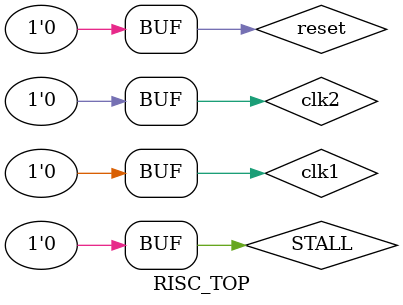
<source format=v>

module RISC_TOP();
reg clk1=0,clk2=0,reset=0;

wire en_w,en_GPR,TAKEN_BRANCH,EX_MEM_cond;
wire [31:0] data_mem_addr,data_mem_read,data_mem_write,IF_ID_NPC,IF_ID_IR,rs1,rs2,data_in;
wire [31:0]ID_EX_rs1,ID_EX_rs2,ID_EX_IR,ID_EX_NPC,ID_EX_imm;
wire [31:0] EX_MEM_ALUOUT,EX_MEM_IR,MEM_WB_rs2,MEM_WB_ALUOUT,MEM_WB_LMD,MEM_WB_IR;
wire [4:0] rs1_addr,rs2_addr,data_addr;
wire [2:0] ID_EX_type,EX_MEM_type,MEM_WB_type;
wire [31:0] PC_ir_addr,IR,HAZ_OUT;
wire STALL_Fetch_decode,STALL,cond_stage;
assign STALL=0;

wire [1:0] EX_MEM_FW,MEM_WB_FW;
IR_MEM A0 (
	PC_ir_addr,
	IR);
	
DATA_MEM A1 (
	clk2,
	en_w,
	data_mem_addr,
	data_mem_read,
	data_mem_write);

GPR A2 (
	clk2,
	rs1_addr,
	rs2_addr,
	rs1,
	rs2,
	data_in,
	data_addr,
	en_GPR);

IF_ID_STAGE A3 (
	PC_ir_addr,
	IR,
	clk1,
	IF_ID_NPC,
	IF_ID_IR,
	reset,
	HAZ_OUT,
	cond_stage);

ID_EX_STAGE A4 (
	clk2,
	rs1,
	rs2,
	rs1_addr,
	rs2_addr,
	IF_ID_NPC,
	IF_ID_IR,
	ID_EX_rs1,
	ID_EX_rs2,
	ID_EX_IR,
	ID_EX_NPC,
	ID_EX_imm,
	ID_EX_type,
	cond_stage);

EX_MEM_STAGE A5 (
	MEM_WB_ALUOUT,
	EX_MEM_FW,
	MEM_WB_FW,
	clk1,
	ID_EX_IR,
	ID_EX_NPC,
	ID_EX_imm,
	ID_EX_rs1,
	ID_EX_rs2,
	ID_EX_type,
	EX_MEM_ALUOUT,
	EX_MEM_IR,
	EX_MEM_type,
	MEM_WB_rs2,
        STALL);

MEM_WB_STAGE A6 (
	clk2,
	data_mem_addr,
	data_mem_write,
	data_mem_read,
	en_w,
	EX_MEM_ALUOUT,
	EX_MEM_type,
	MEM_WB_rs2,
	MEM_WB_ALUOUT,
	EX_MEM_IR,
	MEM_WB_IR,
	MEM_WB_type);

WB_END_STAGE A7 (
	en_GPR,
	data_in,
	data_addr,
	MEM_WB_ALUOUT,
	MEM_WB_IR,
	MEM_WB_type);
	

HAZARD_DETECTION_UNIT A8(
	EX_MEM_ALUOUT,
	MEM_WB_ALUOUT,
	EX_MEM_FW,
	MEM_WB_FW,
        ID_EX_IR[14:12],	
	ID_EX_NPC,
	cond_stage,
	ID_EX_imm,
	HAZ_OUT,
	ID_EX_IR,
	ID_EX_type,
	ID_EX_rs1,
	ID_EX_rs2);

FORWARD_UNIT A9(
	IF_ID_IR[19:15],
	IF_ID_IR[24:20],
	MEM_WB_IR[11:7],
	EX_MEM_IR[11:7],
	EX_MEM_FW,
	MEM_WB_FW,
	EX_MEM_type,
	MEM_WB_type);


integer i;
always 
begin
#5 clk1=1; #5 clk1=0;
#5 clk2=1; #5 clk2=0;
end

/*
initial 
begin
$monitor($time,"\n GPR[0]=%h,GPR[1]=%h,GPR[2]=%h, GPR[3]=%h,GPR[4]=%h,GPR[5]=%h,DATA[0]=%h,DATA[1]=%h,DATA[2]=%h,DATA[3]=%h,DATA[4]=%h,DATA[5]=%h",A2.GPR[0],A2.GPR[1],A2.GPR[2],A2.GPR[3],A2.GPR[4],A2.GPR[5],A1.DATA_MEM[0],A1.DATA_MEM[1],A1.DATA_MEM[2],A1.DATA_MEM[3],A1.DATA_MEM[4],A1.DATA_MEM[5]);
#1000
for (i=0;i<=9;i=i+1)
begin
$display("\n GPR[%1d]=%h,  Data[%1d]=%h",i,A2.GPR[i],i,A1.DATA_MEM[i]);
end
$finish;
end
*/
endmodule


</source>
